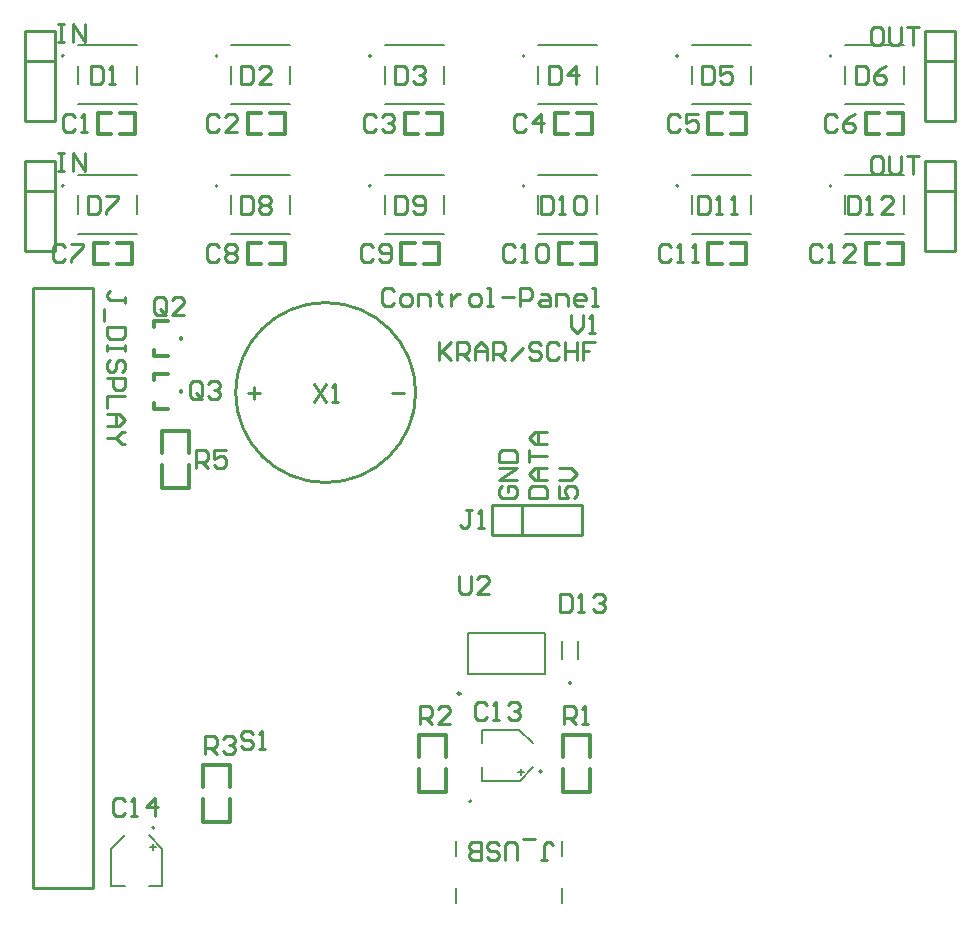
<source format=gbr>
%TF.GenerationSoftware,Altium Limited,Altium Designer,24.0.1 (36)*%
G04 Layer_Color=65535*
%FSLAX45Y45*%
%MOMM*%
%TF.SameCoordinates,4F873DDA-DFB5-4AF5-B95A-0F2F78DC07CA*%
%TF.FilePolarity,Positive*%
%TF.FileFunction,Legend,Top*%
%TF.Part,Single*%
G01*
G75*
%TA.AperFunction,NonConductor*%
%ADD48C,0.25400*%
%ADD49C,0.20000*%
%ADD50C,0.25000*%
%ADD51C,0.30480*%
%ADD52C,0.12700*%
D48*
X3362000Y4320000D02*
G03*
X3362000Y4320000I-762000J0D01*
G01*
X4263000Y3113000D02*
Y3367000D01*
X4009000Y3113000D02*
Y3367000D01*
X4771000D01*
Y3113000D02*
Y3367000D01*
X4009000Y3113000D02*
X4771000D01*
X1990400Y4269200D02*
Y4370800D01*
X1939600Y4320000D02*
X2041200D01*
X3158800D02*
X3260400D01*
X53000Y6619000D02*
Y7381000D01*
Y6619000D02*
X307000D01*
Y7381000D01*
X53000D02*
X307000D01*
X53000Y7127000D02*
X307000D01*
X7673000Y6619000D02*
Y7381000D01*
Y6619000D02*
X7927000D01*
Y7381000D01*
X7673000D02*
X7927000D01*
X7673000Y7127000D02*
X7927000D01*
X53000Y5519000D02*
Y6281000D01*
Y5519000D02*
X307000D01*
Y6281000D01*
X53000D02*
X307000D01*
X53000Y6027000D02*
X307000D01*
X7673000Y5519000D02*
Y6281000D01*
Y5519000D02*
X7927000D01*
Y6281000D01*
X7673000D02*
X7927000D01*
X7673000Y6027000D02*
X7927000D01*
X125000Y127000D02*
Y5207000D01*
Y127000D02*
X633000D01*
Y5207000D01*
X125000D02*
X633000D01*
X7289775Y6324551D02*
X7238992D01*
X7213600Y6299159D01*
Y6197592D01*
X7238992Y6172200D01*
X7289775D01*
X7315167Y6197592D01*
Y6299159D01*
X7289775Y6324551D01*
X7365951D02*
Y6197592D01*
X7391343Y6172200D01*
X7442126D01*
X7467518Y6197592D01*
Y6324551D01*
X7518301D02*
X7619869D01*
X7569085D01*
Y6172200D01*
X7289775Y7416751D02*
X7238992D01*
X7213600Y7391359D01*
Y7289792D01*
X7238992Y7264400D01*
X7289775D01*
X7315167Y7289792D01*
Y7391359D01*
X7289775Y7416751D01*
X7365951D02*
Y7289792D01*
X7391343Y7264400D01*
X7442126D01*
X7467518Y7289792D01*
Y7416751D01*
X7518301D02*
X7619869D01*
X7569085D01*
Y7264400D01*
X330200Y6349951D02*
X380983D01*
X355592D01*
Y6197600D01*
X330200D01*
X380983D01*
X457159D02*
Y6349951D01*
X558726Y6197600D01*
Y6349951D01*
X330200Y7442151D02*
X380983D01*
X355592D01*
Y7289800D01*
X330200D01*
X380983D01*
X457159D02*
Y7442151D01*
X558726Y7289800D01*
Y7442151D01*
X4089441Y3530567D02*
X4064049Y3505175D01*
Y3454392D01*
X4089441Y3429000D01*
X4191008D01*
X4216400Y3454392D01*
Y3505175D01*
X4191008Y3530567D01*
X4140225D01*
Y3479783D01*
X4216400Y3581351D02*
X4064049D01*
X4216400Y3682918D01*
X4064049D01*
Y3733701D02*
X4216400D01*
Y3809877D01*
X4191008Y3835269D01*
X4089441D01*
X4064049Y3809877D01*
Y3733701D01*
X4318049Y3429000D02*
X4470400D01*
Y3505175D01*
X4445008Y3530567D01*
X4343441D01*
X4318049Y3505175D01*
Y3429000D01*
X4470400Y3581351D02*
X4368833D01*
X4318049Y3632134D01*
X4368833Y3682918D01*
X4470400D01*
X4394225D01*
Y3581351D01*
X4318049Y3733701D02*
Y3835269D01*
Y3784485D01*
X4470400D01*
Y3886052D02*
X4368833D01*
X4318049Y3936836D01*
X4368833Y3987619D01*
X4470400D01*
X4394225D01*
Y3886052D01*
X4572049Y3530567D02*
Y3429000D01*
X4648225D01*
X4622833Y3479783D01*
Y3505175D01*
X4648225Y3530567D01*
X4699008D01*
X4724400Y3505175D01*
Y3454392D01*
X4699008Y3429000D01*
X4572049Y3581351D02*
X4673617D01*
X4724400Y3632134D01*
X4673617Y3682918D01*
X4572049D01*
X4673600Y4978351D02*
Y4876783D01*
X4724383Y4826000D01*
X4775167Y4876783D01*
Y4978351D01*
X4825951Y4826000D02*
X4876734D01*
X4851343D01*
Y4978351D01*
X4825951Y4952959D01*
X3556000Y4749751D02*
Y4597400D01*
Y4648183D01*
X3657567Y4749751D01*
X3581392Y4673575D01*
X3657567Y4597400D01*
X3708351D02*
Y4749751D01*
X3784526D01*
X3809918Y4724359D01*
Y4673575D01*
X3784526Y4648183D01*
X3708351D01*
X3759134D02*
X3809918Y4597400D01*
X3860701D02*
Y4698967D01*
X3911485Y4749751D01*
X3962269Y4698967D01*
Y4597400D01*
Y4673575D01*
X3860701D01*
X4013052Y4597400D02*
Y4749751D01*
X4089228D01*
X4114619Y4724359D01*
Y4673575D01*
X4089228Y4648183D01*
X4013052D01*
X4063836D02*
X4114619Y4597400D01*
X4165403D02*
X4266970Y4698967D01*
X4419321Y4724359D02*
X4393929Y4749751D01*
X4343145D01*
X4317754Y4724359D01*
Y4698967D01*
X4343145Y4673575D01*
X4393929D01*
X4419321Y4648183D01*
Y4622792D01*
X4393929Y4597400D01*
X4343145D01*
X4317754Y4622792D01*
X4571672Y4724359D02*
X4546280Y4749751D01*
X4495496D01*
X4470104Y4724359D01*
Y4622792D01*
X4495496Y4597400D01*
X4546280D01*
X4571672Y4622792D01*
X4622455Y4749751D02*
Y4597400D01*
Y4673575D01*
X4724022D01*
Y4749751D01*
Y4597400D01*
X4876373Y4749751D02*
X4774806D01*
Y4673575D01*
X4825589D01*
X4774806D01*
Y4597400D01*
X3174967Y5181559D02*
X3149575Y5206951D01*
X3098792D01*
X3073400Y5181559D01*
Y5079992D01*
X3098792Y5054600D01*
X3149575D01*
X3174967Y5079992D01*
X3251143Y5054600D02*
X3301926D01*
X3327318Y5079992D01*
Y5130775D01*
X3301926Y5156167D01*
X3251143D01*
X3225751Y5130775D01*
Y5079992D01*
X3251143Y5054600D01*
X3378101D02*
Y5156167D01*
X3454277D01*
X3479669Y5130775D01*
Y5054600D01*
X3555844Y5181559D02*
Y5156167D01*
X3530452D01*
X3581236D01*
X3555844D01*
Y5079992D01*
X3581236Y5054600D01*
X3657411Y5156167D02*
Y5054600D01*
Y5105383D01*
X3682803Y5130775D01*
X3708195Y5156167D01*
X3733586D01*
X3835154Y5054600D02*
X3885937D01*
X3911329Y5079992D01*
Y5130775D01*
X3885937Y5156167D01*
X3835154D01*
X3809762Y5130775D01*
Y5079992D01*
X3835154Y5054600D01*
X3962112D02*
X4012896D01*
X3987504D01*
Y5206951D01*
X3962112D01*
X4089071Y5130775D02*
X4190639D01*
X4241422Y5054600D02*
Y5206951D01*
X4317597D01*
X4342989Y5181559D01*
Y5130775D01*
X4317597Y5105383D01*
X4241422D01*
X4419165Y5156167D02*
X4469948D01*
X4495340Y5130775D01*
Y5054600D01*
X4419165D01*
X4393773Y5079992D01*
X4419165Y5105383D01*
X4495340D01*
X4546123Y5054600D02*
Y5156167D01*
X4622299D01*
X4647691Y5130775D01*
Y5054600D01*
X4774650D02*
X4723866D01*
X4698474Y5079992D01*
Y5130775D01*
X4723866Y5156167D01*
X4774650D01*
X4800041Y5130775D01*
Y5105383D01*
X4698474D01*
X4850825Y5054600D02*
X4901608D01*
X4876217D01*
Y5206951D01*
X4850825D01*
X3835400Y3327375D02*
X3784617D01*
X3810008D01*
Y3200417D01*
X3784617Y3175025D01*
X3759225D01*
X3733833Y3200417D01*
X3886184Y3175025D02*
X3936967D01*
X3911576D01*
Y3327375D01*
X3886184Y3301983D01*
X2498433Y4396175D02*
X2600000Y4243825D01*
Y4396175D02*
X2498433Y4243825D01*
X2650784D02*
X2701567D01*
X2676175D01*
Y4396175D01*
X2650784Y4370783D01*
X3731420Y2763631D02*
Y2636672D01*
X3756812Y2611280D01*
X3807595D01*
X3832987Y2636672D01*
Y2763631D01*
X3985338Y2611280D02*
X3883771D01*
X3985338Y2712847D01*
Y2738239D01*
X3959946Y2763631D01*
X3909163D01*
X3883771Y2738239D01*
X1988947Y1432679D02*
X1963555Y1458071D01*
X1912772D01*
X1887380Y1432679D01*
Y1407287D01*
X1912772Y1381895D01*
X1963555D01*
X1988947Y1356504D01*
Y1331112D01*
X1963555Y1305720D01*
X1912772D01*
X1887380Y1331112D01*
X2039731Y1305720D02*
X2090514D01*
X2065123D01*
Y1458071D01*
X2039731Y1432679D01*
X1498641Y3683025D02*
Y3835375D01*
X1574817D01*
X1600208Y3809983D01*
Y3759200D01*
X1574817Y3733808D01*
X1498641D01*
X1549425D02*
X1600208Y3683025D01*
X1752559Y3835375D02*
X1650992D01*
Y3759200D01*
X1701775Y3784592D01*
X1727167D01*
X1752559Y3759200D01*
Y3708417D01*
X1727167Y3683025D01*
X1676384D01*
X1650992Y3708417D01*
X1574960Y1257460D02*
Y1409811D01*
X1651135D01*
X1676527Y1384419D01*
Y1333635D01*
X1651135Y1308244D01*
X1574960D01*
X1625744D02*
X1676527Y1257460D01*
X1727311Y1384419D02*
X1752703Y1409811D01*
X1803486D01*
X1828878Y1384419D01*
Y1359027D01*
X1803486Y1333635D01*
X1778094D01*
X1803486D01*
X1828878Y1308244D01*
Y1282852D01*
X1803486Y1257460D01*
X1752703D01*
X1727311Y1282852D01*
X3401220Y1514000D02*
Y1666351D01*
X3477395D01*
X3502787Y1640959D01*
Y1590175D01*
X3477395Y1564784D01*
X3401220D01*
X3452004D02*
X3502787Y1514000D01*
X3655138D02*
X3553571D01*
X3655138Y1615567D01*
Y1640959D01*
X3629746Y1666351D01*
X3578963D01*
X3553571Y1640959D01*
X4620420Y1514000D02*
Y1666351D01*
X4696595D01*
X4721987Y1640959D01*
Y1590175D01*
X4696595Y1564784D01*
X4620420D01*
X4671204D02*
X4721987Y1514000D01*
X4772771D02*
X4823554D01*
X4798163D01*
Y1666351D01*
X4772771Y1640959D01*
X1549408Y4292617D02*
Y4394183D01*
X1524017Y4419575D01*
X1473233D01*
X1447841Y4394183D01*
Y4292617D01*
X1473233Y4267225D01*
X1524017D01*
X1498625Y4318008D02*
X1549408Y4267225D01*
X1524017D02*
X1549408Y4292617D01*
X1600192Y4394183D02*
X1625584Y4419575D01*
X1676367D01*
X1701759Y4394183D01*
Y4368792D01*
X1676367Y4343400D01*
X1650975D01*
X1676367D01*
X1701759Y4318008D01*
Y4292617D01*
X1676367Y4267225D01*
X1625584D01*
X1600192Y4292617D01*
X1244608Y5003817D02*
Y5105383D01*
X1219217Y5130775D01*
X1168433D01*
X1143041Y5105383D01*
Y5003817D01*
X1168433Y4978425D01*
X1219217D01*
X1193825Y5029208D02*
X1244608Y4978425D01*
X1219217D02*
X1244608Y5003817D01*
X1396959Y4978425D02*
X1295392D01*
X1396959Y5079992D01*
Y5105383D01*
X1371567Y5130775D01*
X1320784D01*
X1295392Y5105383D01*
X4420918Y358629D02*
X4471701D01*
X4446310D01*
Y485588D01*
X4471701Y510979D01*
X4497093D01*
X4522485Y485588D01*
X4370134Y536371D02*
X4268567D01*
X4217784Y358629D02*
Y485588D01*
X4192392Y510979D01*
X4141608D01*
X4116216Y485588D01*
Y358629D01*
X3963866Y384021D02*
X3989257Y358629D01*
X4040041D01*
X4065433Y384021D01*
Y409412D01*
X4040041Y434804D01*
X3989257D01*
X3963866Y460196D01*
Y485588D01*
X3989257Y510979D01*
X4040041D01*
X4065433Y485588D01*
X3913082Y358629D02*
Y510979D01*
X3836907D01*
X3811515Y485588D01*
Y460196D01*
X3836907Y434804D01*
X3913082D01*
X3836907D01*
X3811515Y409412D01*
Y384021D01*
X3836907Y358629D01*
X3913082D01*
X898871Y5075923D02*
Y5126707D01*
Y5101315D01*
X771913D01*
X746521Y5126707D01*
Y5152098D01*
X771913Y5177490D01*
X721129Y5025140D02*
Y4923572D01*
X898871Y4872789D02*
X746521D01*
Y4796613D01*
X771913Y4771222D01*
X873480D01*
X898871Y4796613D01*
Y4872789D01*
Y4720438D02*
Y4669655D01*
Y4695046D01*
X746521D01*
Y4720438D01*
Y4669655D01*
X873480Y4491912D02*
X898871Y4517304D01*
Y4568087D01*
X873480Y4593479D01*
X848088D01*
X822696Y4568087D01*
Y4517304D01*
X797304Y4491912D01*
X771913D01*
X746521Y4517304D01*
Y4568087D01*
X771913Y4593479D01*
X746521Y4441129D02*
X898871D01*
Y4364953D01*
X873480Y4339561D01*
X822696D01*
X797304Y4364953D01*
Y4441129D01*
X898871Y4288778D02*
X746521D01*
Y4187211D01*
Y4136427D02*
X848088D01*
X898871Y4085644D01*
X848088Y4034860D01*
X746521D01*
X822696D01*
Y4136427D01*
X898871Y3984076D02*
X873480D01*
X822696Y3933293D01*
X873480Y3882509D01*
X898871D01*
X822696Y3933293D02*
X746521D01*
X4587400Y2616311D02*
Y2463960D01*
X4663575D01*
X4688967Y2489352D01*
Y2590919D01*
X4663575Y2616311D01*
X4587400D01*
X4739751Y2463960D02*
X4790534D01*
X4765143D01*
Y2616311D01*
X4739751Y2590919D01*
X4866710D02*
X4892101Y2616311D01*
X4942885D01*
X4968277Y2590919D01*
Y2565527D01*
X4942885Y2540135D01*
X4917493D01*
X4942885D01*
X4968277Y2514744D01*
Y2489352D01*
X4942885Y2463960D01*
X4892101D01*
X4866710Y2489352D01*
X7025800Y5986891D02*
Y5834540D01*
X7101975D01*
X7127367Y5859932D01*
Y5961499D01*
X7101975Y5986891D01*
X7025800D01*
X7178151Y5834540D02*
X7228934D01*
X7203543D01*
Y5986891D01*
X7178151Y5961499D01*
X7406677Y5834540D02*
X7305110D01*
X7406677Y5936107D01*
Y5961499D01*
X7381285Y5986891D01*
X7330501D01*
X7305110Y5961499D01*
X5750720Y5986891D02*
Y5834540D01*
X5826895D01*
X5852287Y5859932D01*
Y5961499D01*
X5826895Y5986891D01*
X5750720D01*
X5903071Y5834540D02*
X5953854D01*
X5928463D01*
Y5986891D01*
X5903071Y5961499D01*
X6030030Y5834540D02*
X6080813D01*
X6055421D01*
Y5986891D01*
X6030030Y5961499D01*
X4424840Y5986891D02*
Y5834540D01*
X4501015D01*
X4526407Y5859932D01*
Y5961499D01*
X4501015Y5986891D01*
X4424840D01*
X4577191Y5834540D02*
X4627974D01*
X4602583D01*
Y5986891D01*
X4577191Y5961499D01*
X4704150D02*
X4729541Y5986891D01*
X4780325D01*
X4805717Y5961499D01*
Y5859932D01*
X4780325Y5834540D01*
X4729541D01*
X4704150Y5859932D01*
Y5961499D01*
X3187860Y5986891D02*
Y5834540D01*
X3264035D01*
X3289427Y5859932D01*
Y5961499D01*
X3264035Y5986891D01*
X3187860D01*
X3340211Y5859932D02*
X3365603Y5834540D01*
X3416386D01*
X3441778Y5859932D01*
Y5961499D01*
X3416386Y5986891D01*
X3365603D01*
X3340211Y5961499D01*
Y5936107D01*
X3365603Y5910715D01*
X3441778D01*
X1887380Y5986891D02*
Y5834540D01*
X1963555D01*
X1988947Y5859932D01*
Y5961499D01*
X1963555Y5986891D01*
X1887380D01*
X2039731Y5961499D02*
X2065123Y5986891D01*
X2115906D01*
X2141298Y5961499D01*
Y5936107D01*
X2115906Y5910715D01*
X2141298Y5885324D01*
Y5859932D01*
X2115906Y5834540D01*
X2065123D01*
X2039731Y5859932D01*
Y5885324D01*
X2065123Y5910715D01*
X2039731Y5936107D01*
Y5961499D01*
X2065123Y5910715D02*
X2115906D01*
X586900Y5986891D02*
Y5834540D01*
X663075D01*
X688467Y5859932D01*
Y5961499D01*
X663075Y5986891D01*
X586900D01*
X739251D02*
X840818D01*
Y5961499D01*
X739251Y5859932D01*
Y5834540D01*
X7089300Y7086711D02*
Y6934360D01*
X7165475D01*
X7190867Y6959752D01*
Y7061319D01*
X7165475Y7086711D01*
X7089300D01*
X7343218D02*
X7292434Y7061319D01*
X7241651Y7010535D01*
Y6959752D01*
X7267043Y6934360D01*
X7317826D01*
X7343218Y6959752D01*
Y6985144D01*
X7317826Y7010535D01*
X7241651D01*
X5788820Y7086711D02*
Y6934360D01*
X5864995D01*
X5890387Y6959752D01*
Y7061319D01*
X5864995Y7086711D01*
X5788820D01*
X6042738D02*
X5941171D01*
Y7010535D01*
X5991954Y7035927D01*
X6017346D01*
X6042738Y7010535D01*
Y6959752D01*
X6017346Y6934360D01*
X5966563D01*
X5941171Y6959752D01*
X4488340Y7086711D02*
Y6934360D01*
X4564515D01*
X4589907Y6959752D01*
Y7061319D01*
X4564515Y7086711D01*
X4488340D01*
X4716866Y6934360D02*
Y7086711D01*
X4640691Y7010535D01*
X4742258D01*
X3187860Y7086711D02*
Y6934360D01*
X3264035D01*
X3289427Y6959752D01*
Y7061319D01*
X3264035Y7086711D01*
X3187860D01*
X3340211Y7061319D02*
X3365603Y7086711D01*
X3416386D01*
X3441778Y7061319D01*
Y7035927D01*
X3416386Y7010535D01*
X3390994D01*
X3416386D01*
X3441778Y6985144D01*
Y6959752D01*
X3416386Y6934360D01*
X3365603D01*
X3340211Y6959752D01*
X1887380Y7086711D02*
Y6934360D01*
X1963555D01*
X1988947Y6959752D01*
Y7061319D01*
X1963555Y7086711D01*
X1887380D01*
X2141298Y6934360D02*
X2039731D01*
X2141298Y7035927D01*
Y7061319D01*
X2115906Y7086711D01*
X2065123D01*
X2039731Y7061319D01*
X612300Y7086711D02*
Y6934360D01*
X688475D01*
X713867Y6959752D01*
Y7061319D01*
X688475Y7086711D01*
X612300D01*
X764651Y6934360D02*
X815434D01*
X790043D01*
Y7086711D01*
X764651Y7061319D01*
X904367Y863719D02*
X878975Y889111D01*
X828192D01*
X802800Y863719D01*
Y762152D01*
X828192Y736760D01*
X878975D01*
X904367Y762152D01*
X955151Y736760D02*
X1005934D01*
X980543D01*
Y889111D01*
X955151Y863719D01*
X1158285Y736760D02*
Y889111D01*
X1082110Y812935D01*
X1183677D01*
X3962527Y1673979D02*
X3937135Y1699371D01*
X3886352D01*
X3860960Y1673979D01*
Y1572412D01*
X3886352Y1547020D01*
X3937135D01*
X3962527Y1572412D01*
X4013311Y1547020D02*
X4064094D01*
X4038703D01*
Y1699371D01*
X4013311Y1673979D01*
X4140270D02*
X4165661Y1699371D01*
X4216445D01*
X4241837Y1673979D01*
Y1648587D01*
X4216445Y1623195D01*
X4191053D01*
X4216445D01*
X4241837Y1597804D01*
Y1572412D01*
X4216445Y1547020D01*
X4165661D01*
X4140270Y1572412D01*
X6799707Y5550019D02*
X6774315Y5575411D01*
X6723532D01*
X6698140Y5550019D01*
Y5448452D01*
X6723532Y5423060D01*
X6774315D01*
X6799707Y5448452D01*
X6850491Y5423060D02*
X6901274D01*
X6875883D01*
Y5575411D01*
X6850491Y5550019D01*
X7079017Y5423060D02*
X6977450D01*
X7079017Y5524627D01*
Y5550019D01*
X7053625Y5575411D01*
X7002841D01*
X6977450Y5550019D01*
X5522087D02*
X5496695Y5575411D01*
X5445912D01*
X5420520Y5550019D01*
Y5448452D01*
X5445912Y5423060D01*
X5496695D01*
X5522087Y5448452D01*
X5572871Y5423060D02*
X5623654D01*
X5598263D01*
Y5575411D01*
X5572871Y5550019D01*
X5699830Y5423060D02*
X5750613D01*
X5725221D01*
Y5575411D01*
X5699830Y5550019D01*
X4201287D02*
X4175895Y5575411D01*
X4125112D01*
X4099720Y5550019D01*
Y5448452D01*
X4125112Y5423060D01*
X4175895D01*
X4201287Y5448452D01*
X4252071Y5423060D02*
X4302854D01*
X4277463D01*
Y5575411D01*
X4252071Y5550019D01*
X4379030D02*
X4404421Y5575411D01*
X4455205D01*
X4480597Y5550019D01*
Y5448452D01*
X4455205Y5423060D01*
X4404421D01*
X4379030Y5448452D01*
Y5550019D01*
X2997327D02*
X2971935Y5575411D01*
X2921152D01*
X2895760Y5550019D01*
Y5448452D01*
X2921152Y5423060D01*
X2971935D01*
X2997327Y5448452D01*
X3048111D02*
X3073503Y5423060D01*
X3124286D01*
X3149678Y5448452D01*
Y5550019D01*
X3124286Y5575411D01*
X3073503D01*
X3048111Y5550019D01*
Y5524627D01*
X3073503Y5499235D01*
X3149678D01*
X1696847Y5550019D02*
X1671455Y5575411D01*
X1620672D01*
X1595280Y5550019D01*
Y5448452D01*
X1620672Y5423060D01*
X1671455D01*
X1696847Y5448452D01*
X1747631Y5550019D02*
X1773023Y5575411D01*
X1823806D01*
X1849198Y5550019D01*
Y5524627D01*
X1823806Y5499235D01*
X1849198Y5473844D01*
Y5448452D01*
X1823806Y5423060D01*
X1773023D01*
X1747631Y5448452D01*
Y5473844D01*
X1773023Y5499235D01*
X1747631Y5524627D01*
Y5550019D01*
X1773023Y5499235D02*
X1823806D01*
X396367Y5550019D02*
X370975Y5575411D01*
X320192D01*
X294800Y5550019D01*
Y5448452D01*
X320192Y5423060D01*
X370975D01*
X396367Y5448452D01*
X447151Y5575411D02*
X548718D01*
Y5550019D01*
X447151Y5448452D01*
Y5423060D01*
X6926707Y6649839D02*
X6901315Y6675231D01*
X6850532D01*
X6825140Y6649839D01*
Y6548272D01*
X6850532Y6522880D01*
X6901315D01*
X6926707Y6548272D01*
X7079058Y6675231D02*
X7028274Y6649839D01*
X6977491Y6599055D01*
Y6548272D01*
X7002883Y6522880D01*
X7053666D01*
X7079058Y6548272D01*
Y6573664D01*
X7053666Y6599055D01*
X6977491D01*
X5598287Y6649839D02*
X5572895Y6675231D01*
X5522112D01*
X5496720Y6649839D01*
Y6548272D01*
X5522112Y6522880D01*
X5572895D01*
X5598287Y6548272D01*
X5750638Y6675231D02*
X5649071D01*
Y6599055D01*
X5699854Y6624447D01*
X5725246D01*
X5750638Y6599055D01*
Y6548272D01*
X5725246Y6522880D01*
X5674463D01*
X5649071Y6548272D01*
X4297807Y6649839D02*
X4272415Y6675231D01*
X4221632D01*
X4196240Y6649839D01*
Y6548272D01*
X4221632Y6522880D01*
X4272415D01*
X4297807Y6548272D01*
X4424766Y6522880D02*
Y6675231D01*
X4348591Y6599055D01*
X4450158D01*
X3027807Y6649839D02*
X3002415Y6675231D01*
X2951632D01*
X2926240Y6649839D01*
Y6548272D01*
X2951632Y6522880D01*
X3002415D01*
X3027807Y6548272D01*
X3078591Y6649839D02*
X3103983Y6675231D01*
X3154766D01*
X3180158Y6649839D01*
Y6624447D01*
X3154766Y6599055D01*
X3129374D01*
X3154766D01*
X3180158Y6573664D01*
Y6548272D01*
X3154766Y6522880D01*
X3103983D01*
X3078591Y6548272D01*
X1696847Y6649839D02*
X1671455Y6675231D01*
X1620672D01*
X1595280Y6649839D01*
Y6548272D01*
X1620672Y6522880D01*
X1671455D01*
X1696847Y6548272D01*
X1849198Y6522880D02*
X1747631D01*
X1849198Y6624447D01*
Y6649839D01*
X1823806Y6675231D01*
X1773023D01*
X1747631Y6649839D01*
X477647D02*
X452255Y6675231D01*
X401472D01*
X376080Y6649839D01*
Y6548272D01*
X401472Y6522880D01*
X452255D01*
X477647Y6548272D01*
X528431Y6522880D02*
X579214D01*
X553823D01*
Y6675231D01*
X528431Y6649839D01*
D49*
X3835000Y860000D02*
G03*
X3835000Y860000I-10000J0D01*
G01*
X6885000Y6070000D02*
G03*
X6885000Y6070000I-10000J0D01*
G01*
X385000Y7170000D02*
G03*
X385000Y7170000I-10000J0D01*
G01*
X1685000D02*
G03*
X1685000Y7170000I-10000J0D01*
G01*
X2985000D02*
G03*
X2985000Y7170000I-10000J0D01*
G01*
X4285000D02*
G03*
X4285000Y7170000I-10000J0D01*
G01*
X5585000D02*
G03*
X5585000Y7170000I-10000J0D01*
G01*
X6885000D02*
G03*
X6885000Y7170000I-10000J0D01*
G01*
X385000Y6070000D02*
G03*
X385000Y6070000I-10000J0D01*
G01*
X1685000D02*
G03*
X1685000Y6070000I-10000J0D01*
G01*
X2985000D02*
G03*
X2985000Y6070000I-10000J0D01*
G01*
X4285000D02*
G03*
X4285000Y6070000I-10000J0D01*
G01*
X5585000D02*
G03*
X5585000Y6070000I-10000J0D01*
G01*
X4680000Y1860500D02*
G03*
X4680000Y1860500I-10000J0D01*
G01*
X1149700Y634400D02*
G03*
X1149700Y634400I-10000J0D01*
G01*
X4429400Y1110300D02*
G03*
X4429400Y1110300I-10000J0D01*
G01*
X4597000Y400000D02*
Y525000D01*
X3703000Y400000D02*
Y525000D01*
X4597000Y0D02*
Y128000D01*
X3703000Y0D02*
Y128000D01*
X3804750Y1934750D02*
X4455250D01*
Y2285250D01*
X3804750D02*
X4455250D01*
X3804750Y1934750D02*
Y2285250D01*
D50*
X3742500Y1770500D02*
G03*
X3742500Y1770500I-12500J0D01*
G01*
D51*
X1215700Y3513000D02*
X1444300D01*
X1215700Y3995600D02*
X1444300D01*
Y3513000D02*
Y3703500D01*
X1215700Y3513000D02*
Y3703500D01*
Y3805100D02*
Y3995600D01*
X1444300Y3805100D02*
Y3995600D01*
X1147300Y4474780D02*
X1261600D01*
X1147300Y4182680D02*
X1261600D01*
X1147300Y4423980D02*
Y4474780D01*
X1375900Y4322380D02*
Y4335080D01*
X1147300Y4182680D02*
Y4233480D01*
Y4924780D02*
X1261600D01*
X1147300Y4632680D02*
X1261600D01*
X1147300Y4873980D02*
Y4924780D01*
X1375900Y4772380D02*
Y4785080D01*
X1147300Y4632680D02*
Y4683480D01*
X1565700Y684400D02*
X1794300D01*
X1565700Y1167000D02*
X1794300D01*
Y684400D02*
Y874900D01*
X1565700Y684400D02*
Y874900D01*
Y976500D02*
Y1167000D01*
X1794300Y976500D02*
Y1167000D01*
X988900Y6511100D02*
Y6688900D01*
X671400Y6511100D02*
Y6688900D01*
X861900D02*
X988900D01*
X861900Y6511100D02*
X988900D01*
X671400D02*
X785700D01*
X671400Y6688900D02*
X785700D01*
X2258750Y6511100D02*
Y6688900D01*
X1941250Y6511100D02*
Y6688900D01*
X2131750D02*
X2258750D01*
X2131750Y6511100D02*
X2258750D01*
X1941250D02*
X2055550D01*
X1941250Y6688900D02*
X2055550D01*
X3588900Y6511100D02*
Y6688900D01*
X3271400Y6511100D02*
Y6688900D01*
X3461900D02*
X3588900D01*
X3461900Y6511100D02*
X3588900D01*
X3271400D02*
X3385700D01*
X3271400Y6688900D02*
X3385700D01*
X4858750Y6511100D02*
Y6688900D01*
X4541250Y6511100D02*
Y6688900D01*
X4731750D02*
X4858750D01*
X4731750Y6511100D02*
X4858750D01*
X4541250D02*
X4655550D01*
X4541250Y6688900D02*
X4655550D01*
X6158750Y6511100D02*
Y6688900D01*
X5841250Y6511100D02*
Y6688900D01*
X6031750D02*
X6158750D01*
X6031750Y6511100D02*
X6158750D01*
X5841250D02*
X5955550D01*
X5841250Y6688900D02*
X5955550D01*
X7488900Y6511100D02*
Y6688900D01*
X7171400Y6511100D02*
Y6688900D01*
X7361900D02*
X7488900D01*
X7361900Y6511100D02*
X7488900D01*
X7171400D02*
X7285700D01*
X7171400Y6688900D02*
X7285700D01*
X958750Y5411100D02*
Y5588900D01*
X641250Y5411100D02*
Y5588900D01*
X831750D02*
X958750D01*
X831750Y5411100D02*
X958750D01*
X641250D02*
X755550D01*
X641250Y5588900D02*
X755550D01*
X2258750Y5411100D02*
Y5588900D01*
X1941250Y5411100D02*
Y5588900D01*
X2131750D02*
X2258750D01*
X2131750Y5411100D02*
X2258750D01*
X1941250D02*
X2055550D01*
X1941250Y5588900D02*
X2055550D01*
X3558750Y5411100D02*
Y5588900D01*
X3241250Y5411100D02*
Y5588900D01*
X3431750D02*
X3558750D01*
X3431750Y5411100D02*
X3558750D01*
X3241250D02*
X3355550D01*
X3241250Y5588900D02*
X3355550D01*
X3619500Y1231900D02*
Y1422400D01*
X3390900Y1231900D02*
Y1422400D01*
Y939800D02*
Y1130300D01*
X3619500Y939800D02*
Y1130300D01*
X3390900Y1422400D02*
X3619500D01*
X3390900Y939800D02*
X3619500D01*
X4838700Y1231900D02*
Y1422400D01*
X4610100Y1231900D02*
Y1422400D01*
Y939800D02*
Y1130300D01*
X4838700Y939800D02*
Y1130300D01*
X4610100Y1422400D02*
X4838700D01*
X4610100Y939800D02*
X4838700D01*
X4888900Y5411100D02*
Y5588900D01*
X4571400Y5411100D02*
Y5588900D01*
X4761900D02*
X4888900D01*
X4761900Y5411100D02*
X4888900D01*
X4571400D02*
X4685700D01*
X4571400Y5588900D02*
X4685700D01*
X6158750Y5411100D02*
Y5588900D01*
X5841250Y5411100D02*
Y5588900D01*
X6031750D02*
X6158750D01*
X6031750Y5411100D02*
X6158750D01*
X5841250D02*
X5955550D01*
X5841250Y5588900D02*
X5955550D01*
X7488900Y5411100D02*
Y5588900D01*
X7171400Y5411100D02*
Y5588900D01*
X7361900D02*
X7488900D01*
X7361900Y5411100D02*
X7488900D01*
X7171400D02*
X7285700D01*
X7171400Y5588900D02*
X7285700D01*
D52*
X7000000Y5660000D02*
X7500000D01*
X7000000Y6160000D02*
X7500000D01*
X7000000Y5831350D02*
Y5988650D01*
X7500000Y5831350D02*
Y5988650D01*
X500000Y6760000D02*
X1000000D01*
X500000Y7260000D02*
X1000000D01*
X500000Y6931350D02*
Y7088650D01*
X1000000Y6931350D02*
Y7088650D01*
X1800000Y6760000D02*
X2300000D01*
X1800000Y7260000D02*
X2300000D01*
X1800000Y6931350D02*
Y7088650D01*
X2300000Y6931350D02*
Y7088650D01*
X3100000Y6760000D02*
X3600000D01*
X3100000Y7260000D02*
X3600000D01*
X3100000Y6931350D02*
Y7088650D01*
X3600000Y6931350D02*
Y7088650D01*
X4400000Y6760000D02*
X4900000D01*
X4400000Y7260000D02*
X4900000D01*
X4400000Y6931350D02*
Y7088650D01*
X4900000Y6931350D02*
Y7088650D01*
X5700000Y6760000D02*
X6200000D01*
X5700000Y7260000D02*
X6200000D01*
X5700000Y6931350D02*
Y7088650D01*
X6200000Y6931350D02*
Y7088650D01*
X7000000Y6760000D02*
X7500000D01*
X7000000Y7260000D02*
X7500000D01*
X7000000Y6931350D02*
Y7088650D01*
X7500000Y6931350D02*
Y7088650D01*
X500000Y5660000D02*
X1000000D01*
X500000Y6160000D02*
X1000000D01*
X500000Y5831350D02*
Y5988650D01*
X1000000Y5831350D02*
Y5988650D01*
X1800000Y5660000D02*
X2300000D01*
X1800000Y6160000D02*
X2300000D01*
X1800000Y5831350D02*
Y5988650D01*
X2300000Y5831350D02*
Y5988650D01*
X3100000Y5660000D02*
X3600000D01*
X3100000Y6160000D02*
X3600000D01*
X3100000Y5831350D02*
Y5988650D01*
X3600000Y5831350D02*
Y5988650D01*
X4400000Y5660000D02*
X4900000D01*
X4400000Y6160000D02*
X4900000D01*
X4400000Y5831350D02*
Y5988650D01*
X4900000Y5831350D02*
Y5988650D01*
X5700000Y5660000D02*
X6200000D01*
X5700000Y6160000D02*
X6200000D01*
X5700000Y5831350D02*
Y5988650D01*
X6200000Y5831350D02*
Y5988650D01*
X4740000Y2065000D02*
Y2215000D01*
X4600000Y2065000D02*
Y2215000D01*
X1139700Y443900D02*
Y494700D01*
X1114300Y469300D02*
X1165100D01*
X785000Y140000D02*
X897500D01*
X1102500D02*
X1215000D01*
X785000D02*
Y455000D01*
X900000Y570000D01*
X1215000Y140000D02*
Y457500D01*
X1101250Y571250D02*
X1215000Y457500D01*
X4228900Y1110300D02*
X4279700D01*
X4254300Y1084900D02*
Y1135700D01*
X3925000Y1352500D02*
Y1465000D01*
Y1035000D02*
Y1147500D01*
Y1465000D02*
X4240000D01*
X4355000Y1350000D01*
X3925000Y1035000D02*
X4242500D01*
X4356250Y1148750D01*
%TF.MD5,4cc974f952d6d4a7d96287d4bdb01a98*%
M02*

</source>
